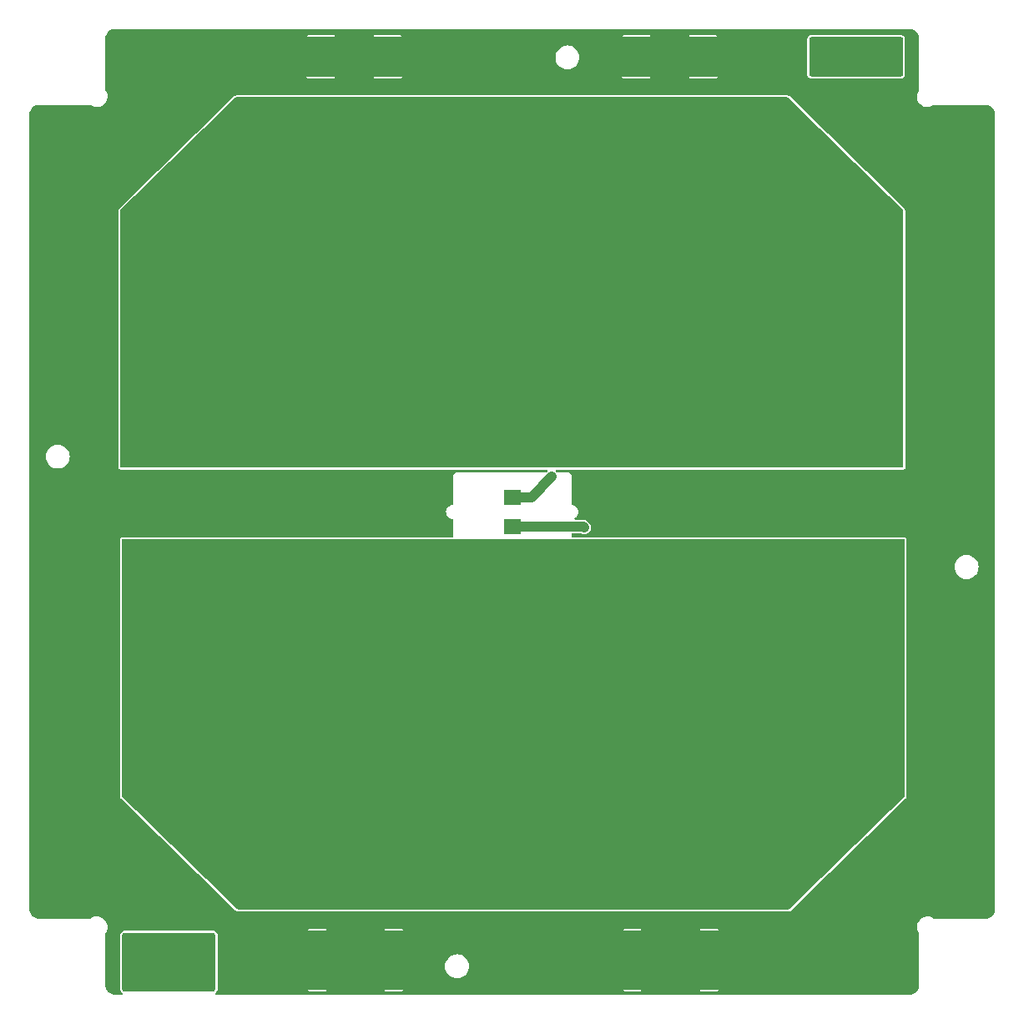
<source format=gtl>
G04 #@! TF.GenerationSoftware,KiCad,Pcbnew,8.0.2*
G04 #@! TF.CreationDate,2024-08-20T08:17:01+02:00*
G04 #@! TF.ProjectId,STS1_SIDEPANEL,53545331-5f53-4494-9445-50414e454c2e,rev?*
G04 #@! TF.SameCoordinates,Original*
G04 #@! TF.FileFunction,Copper,L1,Top*
G04 #@! TF.FilePolarity,Positive*
%FSLAX46Y46*%
G04 Gerber Fmt 4.6, Leading zero omitted, Abs format (unit mm)*
G04 Created by KiCad (PCBNEW 8.0.2) date 2024-08-20 08:17:01*
%MOMM*%
%LPD*%
G01*
G04 APERTURE LIST*
G04 Aperture macros list*
%AMRoundRect*
0 Rectangle with rounded corners*
0 $1 Rounding radius*
0 $2 $3 $4 $5 $6 $7 $8 $9 X,Y pos of 4 corners*
0 Add a 4 corners polygon primitive as box body*
4,1,4,$2,$3,$4,$5,$6,$7,$8,$9,$2,$3,0*
0 Add four circle primitives for the rounded corners*
1,1,$1+$1,$2,$3*
1,1,$1+$1,$4,$5*
1,1,$1+$1,$6,$7*
1,1,$1+$1,$8,$9*
0 Add four rect primitives between the rounded corners*
20,1,$1+$1,$2,$3,$4,$5,0*
20,1,$1+$1,$4,$5,$6,$7,0*
20,1,$1+$1,$6,$7,$8,$9,0*
20,1,$1+$1,$8,$9,$2,$3,0*%
%AMFreePoly0*
4,1,17,27.998779,14.255902,28.009846,14.246565,39.669846,2.866565,39.698571,2.811843,39.696113,2.795000,39.700000,2.795000,39.700000,-2.795000,-39.700000,-2.795000,-39.700000,2.795000,-39.695106,2.795000,-39.695106,2.825902,-39.669846,2.866565,-28.009846,14.246565,-27.954442,14.273952,-27.940000,14.275000,27.940000,14.275000,27.998779,14.255902,27.998779,14.255902,$1*%
G04 Aperture macros list end*
G04 #@! TA.AperFunction,FiducialPad,Local*
%ADD10C,6.000000*%
G04 #@! TD*
G04 #@! TA.AperFunction,SMDPad,CuDef*
%ADD11FreePoly0,180.000000*%
G04 #@! TD*
G04 #@! TA.AperFunction,FiducialPad,Global*
%ADD12C,6.000000*%
G04 #@! TD*
G04 #@! TA.AperFunction,SMDPad,CuDef*
%ADD13R,79.400000X20.475000*%
G04 #@! TD*
G04 #@! TA.AperFunction,SMDPad,CuDef*
%ADD14RoundRect,0.300000X4.450000X2.700000X-4.450000X2.700000X-4.450000X-2.700000X4.450000X-2.700000X0*%
G04 #@! TD*
G04 #@! TA.AperFunction,SMDPad,CuDef*
%ADD15FreePoly0,0.000000*%
G04 #@! TD*
G04 #@! TA.AperFunction,SMDPad,CuDef*
%ADD16RoundRect,0.200000X-4.550000X-1.800000X4.550000X-1.800000X4.550000X1.800000X-4.550000X1.800000X0*%
G04 #@! TD*
G04 #@! TA.AperFunction,SMDPad,CuDef*
%ADD17R,1.800000X1.500000*%
G04 #@! TD*
G04 #@! TA.AperFunction,ViaPad*
%ADD18C,0.600000*%
G04 #@! TD*
G04 #@! TA.AperFunction,ViaPad*
%ADD19C,0.800000*%
G04 #@! TD*
G04 #@! TA.AperFunction,Conductor*
%ADD20C,0.500000*%
G04 #@! TD*
G04 #@! TA.AperFunction,Conductor*
%ADD21C,1.000000*%
G04 #@! TD*
G04 APERTURE END LIST*
D10*
X149101600Y-109977400D03*
D11*
X125101600Y-115582400D03*
D12*
X125101600Y-109977400D03*
D13*
X125101600Y-102549900D03*
D12*
X99101600Y-109977400D03*
D14*
X141101600Y-134977400D03*
X109101600Y-134977400D03*
X90176600Y-135177400D03*
D10*
X100969800Y-67343000D03*
D15*
X124969800Y-61738000D03*
D12*
X124969800Y-67343000D03*
D13*
X124969800Y-74770500D03*
D12*
X150969800Y-67343000D03*
D16*
X108969800Y-43343000D03*
X140969800Y-43343000D03*
X159894800Y-43343000D03*
D17*
X125000000Y-88000000D03*
X125000000Y-91000000D03*
D18*
X128960000Y-136400000D03*
X168200000Y-75500000D03*
X99800000Y-41470000D03*
X118500000Y-133400000D03*
X78820000Y-106910000D03*
X101300000Y-42970000D03*
X78780000Y-113060000D03*
X127460000Y-134900000D03*
X78800000Y-73520000D03*
X78820000Y-103910000D03*
X81780000Y-117560000D03*
X148800000Y-137900000D03*
X168200000Y-57000000D03*
X101000000Y-137900000D03*
X171240000Y-92000000D03*
X168200000Y-77000000D03*
X80320000Y-106910000D03*
X134960000Y-134900000D03*
X171200000Y-55500000D03*
X134540000Y-41460000D03*
X78810000Y-119140000D03*
X130460000Y-136400000D03*
X171200000Y-71000000D03*
X87840000Y-42970000D03*
X125900000Y-136400000D03*
X133040000Y-41460000D03*
X102500000Y-133400000D03*
X151800000Y-137900000D03*
X93900000Y-41470000D03*
X151780000Y-41840000D03*
X121080000Y-41460000D03*
X133460000Y-133400000D03*
X169700000Y-75500000D03*
X78820000Y-99410000D03*
X81830000Y-62620000D03*
X168200000Y-121000000D03*
X147280000Y-41840000D03*
X171200000Y-98500000D03*
X168200000Y-104500000D03*
X80350000Y-56160000D03*
X81820000Y-105410000D03*
X124500000Y-134900000D03*
X169700000Y-58500000D03*
X78830000Y-68620000D03*
X168200000Y-61500000D03*
X151780000Y-43340000D03*
X89400000Y-41470000D03*
X78850000Y-54660000D03*
X130460000Y-137900000D03*
X81820000Y-100910000D03*
X168200000Y-124000000D03*
X81830000Y-67120000D03*
X90900000Y-41470000D03*
X127040000Y-41460000D03*
X90900000Y-42970000D03*
X80350000Y-59160000D03*
X134960000Y-137900000D03*
X130460000Y-133400000D03*
X80280000Y-111560000D03*
X81830000Y-65620000D03*
X169700000Y-113500000D03*
X168200000Y-125500000D03*
X168240000Y-90500000D03*
X171200000Y-113500000D03*
X81820000Y-93020000D03*
X81780000Y-116060000D03*
X78820000Y-87120000D03*
X123000000Y-133400000D03*
X86440000Y-41470000D03*
X147240000Y-136400000D03*
X80330000Y-61220000D03*
X98000000Y-136400000D03*
X169700000Y-125500000D03*
X117000000Y-136400000D03*
X81830000Y-70120000D03*
X150300000Y-133400000D03*
X169700000Y-119500000D03*
X78800000Y-79520000D03*
X171200000Y-101500000D03*
X120000000Y-137900000D03*
X119580000Y-41460000D03*
X78850000Y-53160000D03*
X124500000Y-137900000D03*
X133460000Y-136400000D03*
X81780000Y-110060000D03*
X93900000Y-42970000D03*
X169700000Y-100000000D03*
X80280000Y-117560000D03*
X81780000Y-108660000D03*
X115080000Y-42960000D03*
X78810000Y-125040000D03*
X171200000Y-81500000D03*
X150300000Y-136400000D03*
X128540000Y-42960000D03*
X131960000Y-137900000D03*
X168200000Y-80000000D03*
X171240000Y-86000000D03*
X151800000Y-134900000D03*
X169700000Y-81500000D03*
X159200000Y-137900000D03*
X81810000Y-128040000D03*
X118080000Y-41460000D03*
X159200000Y-134900000D03*
X168200000Y-118000000D03*
X169740000Y-92000000D03*
X171200000Y-124000000D03*
X98000000Y-133400000D03*
X92400000Y-41470000D03*
X148800000Y-134900000D03*
X169700000Y-124000000D03*
X168200000Y-103000000D03*
X171200000Y-72500000D03*
X157700000Y-137900000D03*
X130460000Y-134900000D03*
X81820000Y-88520000D03*
X78850000Y-56160000D03*
X80320000Y-103910000D03*
X80330000Y-65620000D03*
X81780000Y-114560000D03*
X133460000Y-134900000D03*
X169700000Y-60000000D03*
X98000000Y-137900000D03*
X150280000Y-43340000D03*
X78780000Y-116060000D03*
X102800000Y-42970000D03*
X80330000Y-68620000D03*
X122580000Y-42960000D03*
X127040000Y-42960000D03*
X118500000Y-137900000D03*
X101000000Y-136400000D03*
X80320000Y-87120000D03*
X102800000Y-41470000D03*
X81800000Y-72120000D03*
X169700000Y-118000000D03*
X78820000Y-88520000D03*
X78820000Y-98010000D03*
X171200000Y-57000000D03*
X169740000Y-90500000D03*
X115080000Y-41460000D03*
X78820000Y-100910000D03*
X169700000Y-115000000D03*
X128960000Y-137900000D03*
X80300000Y-75020000D03*
X81820000Y-90020000D03*
X168200000Y-115000000D03*
X80310000Y-122040000D03*
X171200000Y-122500000D03*
X78820000Y-105410000D03*
X81820000Y-87120000D03*
X160700000Y-133400000D03*
X123000000Y-134900000D03*
X80350000Y-53160000D03*
X127460000Y-136400000D03*
X171200000Y-127000000D03*
X131960000Y-133400000D03*
X96500000Y-133400000D03*
X81820000Y-91520000D03*
X116580000Y-41460000D03*
X81800000Y-78020000D03*
X81830000Y-64120000D03*
X117000000Y-134900000D03*
X78780000Y-110060000D03*
X125900000Y-133400000D03*
X125540000Y-41460000D03*
X81810000Y-125040000D03*
X81780000Y-113060000D03*
X98300000Y-41470000D03*
X81820000Y-94520000D03*
X78850000Y-50260000D03*
X147240000Y-137900000D03*
X78820000Y-93020000D03*
X99500000Y-136400000D03*
X80320000Y-99410000D03*
X98300000Y-42970000D03*
X118080000Y-42960000D03*
X80320000Y-105410000D03*
X171200000Y-125500000D03*
X171240000Y-90500000D03*
X160700000Y-137900000D03*
X150300000Y-134900000D03*
X169740000Y-89000000D03*
X80300000Y-72120000D03*
X160700000Y-134900000D03*
X171240000Y-87500000D03*
X159200000Y-136400000D03*
X154800000Y-136400000D03*
X148800000Y-136400000D03*
X81850000Y-54660000D03*
X80310000Y-119140000D03*
X124140000Y-42960000D03*
X169700000Y-71000000D03*
X154800000Y-137900000D03*
X80330000Y-62620000D03*
X99500000Y-133400000D03*
X80300000Y-79520000D03*
X171200000Y-61500000D03*
X134540000Y-42960000D03*
X102500000Y-136400000D03*
X162200000Y-133400000D03*
X169700000Y-77000000D03*
X81820000Y-96020000D03*
X80310000Y-128040000D03*
X124500000Y-136400000D03*
X156300000Y-133400000D03*
X99800000Y-42970000D03*
X121500000Y-134900000D03*
X125900000Y-134900000D03*
X169700000Y-116500000D03*
X78810000Y-120540000D03*
X163600000Y-136400000D03*
X99500000Y-134900000D03*
X81850000Y-50260000D03*
X128540000Y-41460000D03*
X171200000Y-52600000D03*
X169740000Y-86000000D03*
X80300000Y-76520000D03*
X81850000Y-59160000D03*
X168200000Y-100000000D03*
X80280000Y-114560000D03*
X171200000Y-115000000D03*
X78820000Y-102410000D03*
X125900000Y-137900000D03*
X171200000Y-121000000D03*
X117000000Y-137900000D03*
X81800000Y-75020000D03*
X147240000Y-134900000D03*
X153300000Y-134900000D03*
X157700000Y-133400000D03*
X80280000Y-113060000D03*
X150300000Y-137900000D03*
X87840000Y-41470000D03*
X171200000Y-77000000D03*
X78810000Y-126540000D03*
X169740000Y-84500000D03*
X147240000Y-133400000D03*
X80320000Y-94520000D03*
X98000000Y-134900000D03*
X169700000Y-97000000D03*
X80300000Y-78020000D03*
X171240000Y-84500000D03*
X115230000Y-137900000D03*
X168240000Y-84500000D03*
X101300000Y-41470000D03*
X80300000Y-73520000D03*
X96500000Y-137900000D03*
X151800000Y-133400000D03*
X168200000Y-71000000D03*
X168200000Y-81500000D03*
X78780000Y-108660000D03*
X95400000Y-42970000D03*
X168200000Y-97000000D03*
X81810000Y-126540000D03*
X168200000Y-54000000D03*
X78830000Y-70120000D03*
X168200000Y-74000000D03*
X117000000Y-133400000D03*
X168200000Y-107500000D03*
X171200000Y-109000000D03*
X169700000Y-98500000D03*
X157700000Y-134900000D03*
X156300000Y-136400000D03*
X169700000Y-61500000D03*
X154800000Y-134900000D03*
X171200000Y-119500000D03*
X81850000Y-56160000D03*
X171200000Y-75500000D03*
X121500000Y-133400000D03*
X81850000Y-51660000D03*
X171200000Y-112000000D03*
X81850000Y-57660000D03*
X81810000Y-119140000D03*
X171240000Y-83000000D03*
X80280000Y-108660000D03*
X80350000Y-50260000D03*
X171200000Y-106000000D03*
X96900000Y-41470000D03*
X127460000Y-133400000D03*
X148780000Y-43340000D03*
X78830000Y-61220000D03*
X89400000Y-42970000D03*
X169700000Y-57000000D03*
X171200000Y-118000000D03*
X81820000Y-102410000D03*
X80320000Y-96020000D03*
X80310000Y-123540000D03*
X81800000Y-81020000D03*
X121080000Y-42960000D03*
X119580000Y-42960000D03*
X153300000Y-133400000D03*
X81800000Y-79520000D03*
X78820000Y-94520000D03*
X81830000Y-61220000D03*
X168200000Y-110500000D03*
X168240000Y-86000000D03*
X171200000Y-58500000D03*
X99500000Y-137900000D03*
X80280000Y-110060000D03*
X78810000Y-123540000D03*
X168200000Y-106000000D03*
X121500000Y-136400000D03*
X114000000Y-133400000D03*
X171200000Y-104500000D03*
X81810000Y-123540000D03*
X80310000Y-125040000D03*
X169700000Y-80000000D03*
X171200000Y-54000000D03*
X80350000Y-54660000D03*
X153280000Y-41840000D03*
X121500000Y-137900000D03*
X169700000Y-110500000D03*
X169700000Y-103000000D03*
X81810000Y-120540000D03*
X150280000Y-41840000D03*
X168200000Y-119500000D03*
X160700000Y-136400000D03*
X156300000Y-134900000D03*
X171200000Y-100000000D03*
X81810000Y-122040000D03*
X80330000Y-70120000D03*
X169700000Y-121000000D03*
X80300000Y-81020000D03*
X120000000Y-133400000D03*
X122580000Y-41460000D03*
X78800000Y-76520000D03*
X131960000Y-134900000D03*
X124140000Y-41460000D03*
X154800000Y-133400000D03*
X127460000Y-137900000D03*
X169700000Y-112000000D03*
X163600000Y-137900000D03*
X169700000Y-101500000D03*
X115500000Y-133400000D03*
X128960000Y-134900000D03*
X133040000Y-42960000D03*
X171200000Y-107500000D03*
X168240000Y-92000000D03*
X81850000Y-53160000D03*
X162200000Y-134900000D03*
X168240000Y-89000000D03*
X169700000Y-104500000D03*
X116580000Y-42960000D03*
X169700000Y-109000000D03*
X81780000Y-111560000D03*
X78810000Y-128040000D03*
X169700000Y-122500000D03*
X168200000Y-98500000D03*
X78820000Y-91520000D03*
X102500000Y-134900000D03*
X78800000Y-72120000D03*
X123000000Y-136400000D03*
X128960000Y-133400000D03*
X115500000Y-136400000D03*
X168200000Y-127000000D03*
X169740000Y-87500000D03*
X96500000Y-136400000D03*
X168200000Y-101500000D03*
X81820000Y-98010000D03*
X168200000Y-112000000D03*
X78810000Y-122040000D03*
X115500000Y-134900000D03*
X168200000Y-122500000D03*
X169700000Y-107500000D03*
X80320000Y-98010000D03*
X156300000Y-137900000D03*
X125540000Y-42960000D03*
X153280000Y-43340000D03*
X81820000Y-106910000D03*
X168200000Y-109000000D03*
X78780000Y-111560000D03*
X171240000Y-89000000D03*
X169700000Y-78500000D03*
X163600000Y-133400000D03*
X168200000Y-116500000D03*
X78830000Y-67120000D03*
X92400000Y-42970000D03*
X147280000Y-43340000D03*
X153300000Y-137900000D03*
X96500000Y-134900000D03*
X81800000Y-73520000D03*
X80320000Y-88520000D03*
X78850000Y-59160000D03*
X80320000Y-100910000D03*
X80320000Y-91520000D03*
X80310000Y-120540000D03*
X162200000Y-136400000D03*
X148780000Y-41840000D03*
X171200000Y-110500000D03*
X171200000Y-97000000D03*
X171200000Y-74000000D03*
X171200000Y-60000000D03*
X157700000Y-136400000D03*
X168200000Y-52600000D03*
X168200000Y-60000000D03*
X169700000Y-127000000D03*
X171200000Y-103000000D03*
X168200000Y-113500000D03*
X134960000Y-133400000D03*
X80350000Y-57660000D03*
X81830000Y-68620000D03*
X124500000Y-133400000D03*
X171200000Y-78500000D03*
X80330000Y-64120000D03*
X81820000Y-103910000D03*
X81820000Y-99410000D03*
X169700000Y-52600000D03*
X162200000Y-137900000D03*
X80330000Y-67120000D03*
X169700000Y-54000000D03*
X168200000Y-78500000D03*
X101000000Y-134900000D03*
X159200000Y-133400000D03*
X168240000Y-87500000D03*
X78800000Y-75020000D03*
X80320000Y-102410000D03*
X80280000Y-116060000D03*
X78820000Y-96020000D03*
X86440000Y-42970000D03*
X169700000Y-72500000D03*
X168240000Y-83000000D03*
X78780000Y-117560000D03*
X78830000Y-64120000D03*
X78850000Y-57660000D03*
X151800000Y-136400000D03*
X133460000Y-137900000D03*
X78830000Y-65620000D03*
X78800000Y-78020000D03*
X168200000Y-55500000D03*
X153300000Y-136400000D03*
X123000000Y-137900000D03*
X95400000Y-41470000D03*
X96900000Y-42970000D03*
X134960000Y-136400000D03*
X171200000Y-80000000D03*
X168200000Y-58500000D03*
X169700000Y-55500000D03*
X80350000Y-51660000D03*
X78780000Y-114560000D03*
X101000000Y-133400000D03*
X80320000Y-90020000D03*
X80320000Y-93020000D03*
X102500000Y-137900000D03*
X78820000Y-90020000D03*
X169700000Y-74000000D03*
X78850000Y-51660000D03*
X171200000Y-116500000D03*
X163600000Y-134900000D03*
X168200000Y-72500000D03*
X169700000Y-106000000D03*
X78830000Y-62620000D03*
X169740000Y-83000000D03*
X81800000Y-76520000D03*
X78800000Y-81020000D03*
X80310000Y-126540000D03*
X148800000Y-133400000D03*
X131960000Y-136400000D03*
D19*
X129000000Y-85940958D03*
X132300000Y-91100000D03*
D20*
X109249400Y-42959000D02*
X109060400Y-43148000D01*
D21*
X109000000Y-134500000D02*
X109000000Y-134086477D01*
D20*
X108871400Y-42959000D02*
X109060400Y-43148000D01*
D21*
X125000000Y-88000000D02*
X126940958Y-88000000D01*
X126940958Y-88000000D02*
X129000000Y-85940958D01*
X124874800Y-67248000D02*
X124969800Y-67343000D01*
X125064800Y-67248000D02*
X124969800Y-67343000D01*
X125000000Y-91000000D02*
X132200000Y-91000000D01*
X132200000Y-91000000D02*
X132300000Y-91100000D01*
G04 #@! TA.AperFunction,Conductor*
G36*
X165304427Y-40510905D02*
G01*
X165462991Y-40525287D01*
X165479900Y-40528317D01*
X165629599Y-40568812D01*
X165645725Y-40574718D01*
X165764818Y-40630483D01*
X165786171Y-40640482D01*
X165801038Y-40649089D01*
X165927999Y-40738139D01*
X165941154Y-40749186D01*
X166050813Y-40858845D01*
X166061860Y-40872000D01*
X166150910Y-40998961D01*
X166159517Y-41013828D01*
X166225280Y-41154272D01*
X166231187Y-41170402D01*
X166271682Y-41320099D01*
X166274712Y-41337008D01*
X166289095Y-41495572D01*
X166289500Y-41504515D01*
X166289500Y-46662186D01*
X166270593Y-46720377D01*
X166268404Y-46723275D01*
X166231205Y-46770713D01*
X166231197Y-46770724D01*
X166139792Y-46944363D01*
X166139789Y-46944371D01*
X166081216Y-47131643D01*
X166081215Y-47131650D01*
X166081215Y-47131651D01*
X166060180Y-47303635D01*
X166057391Y-47326434D01*
X166057651Y-47330787D01*
X166069102Y-47522316D01*
X166069103Y-47522320D01*
X166115963Y-47712867D01*
X166115963Y-47712868D01*
X166196437Y-47891844D01*
X166196440Y-47891849D01*
X166307878Y-48053355D01*
X166307879Y-48053356D01*
X166307882Y-48053360D01*
X166446640Y-48192118D01*
X166446643Y-48192120D01*
X166446644Y-48192121D01*
X166576447Y-48281684D01*
X166608156Y-48303563D01*
X166787129Y-48384036D01*
X166977684Y-48430898D01*
X167173567Y-48442609D01*
X167368349Y-48418785D01*
X167368355Y-48418783D01*
X167368356Y-48418783D01*
X167523736Y-48370185D01*
X167555635Y-48360208D01*
X167729278Y-48268801D01*
X167776723Y-48231596D01*
X167834181Y-48210567D01*
X167837813Y-48210500D01*
X172995484Y-48210500D01*
X173004427Y-48210905D01*
X173162991Y-48225287D01*
X173179900Y-48228317D01*
X173188458Y-48230632D01*
X173329599Y-48268812D01*
X173345725Y-48274718D01*
X173391183Y-48296004D01*
X173486171Y-48340482D01*
X173501038Y-48349089D01*
X173627999Y-48438139D01*
X173641154Y-48449186D01*
X173750813Y-48558845D01*
X173761860Y-48572000D01*
X173850910Y-48698961D01*
X173859517Y-48713828D01*
X173925280Y-48854272D01*
X173931187Y-48870402D01*
X173971682Y-49020099D01*
X173974712Y-49037008D01*
X173989095Y-49195572D01*
X173989500Y-49204515D01*
X173989500Y-129795484D01*
X173989095Y-129804427D01*
X173974712Y-129962991D01*
X173971682Y-129979900D01*
X173931187Y-130129597D01*
X173925280Y-130145727D01*
X173859517Y-130286171D01*
X173850910Y-130301038D01*
X173761860Y-130427999D01*
X173750813Y-130441154D01*
X173641154Y-130550813D01*
X173627999Y-130561860D01*
X173501038Y-130650910D01*
X173486171Y-130659517D01*
X173345727Y-130725280D01*
X173329597Y-130731187D01*
X173179900Y-130771682D01*
X173162991Y-130774712D01*
X173004427Y-130789095D01*
X172995484Y-130789500D01*
X167837813Y-130789500D01*
X167779622Y-130770593D01*
X167776723Y-130768404D01*
X167764768Y-130759029D01*
X167729278Y-130731199D01*
X167729276Y-130731198D01*
X167729275Y-130731197D01*
X167555636Y-130639792D01*
X167555628Y-130639789D01*
X167368356Y-130581216D01*
X167368349Y-130581215D01*
X167173567Y-130557391D01*
X167173565Y-130557391D01*
X167145023Y-130559097D01*
X166977684Y-130569102D01*
X166977680Y-130569102D01*
X166977679Y-130569103D01*
X166787132Y-130615963D01*
X166787131Y-130615963D01*
X166608155Y-130696437D01*
X166608150Y-130696440D01*
X166446644Y-130807878D01*
X166307878Y-130946644D01*
X166196440Y-131108150D01*
X166196437Y-131108155D01*
X166115963Y-131287131D01*
X166115963Y-131287132D01*
X166069102Y-131477684D01*
X166057391Y-131673567D01*
X166081215Y-131868349D01*
X166081216Y-131868356D01*
X166139789Y-132055628D01*
X166139792Y-132055636D01*
X166231197Y-132229275D01*
X166231201Y-132229282D01*
X166268403Y-132276721D01*
X166289433Y-132334179D01*
X166289500Y-132337812D01*
X166289500Y-137495484D01*
X166289095Y-137504427D01*
X166274712Y-137662991D01*
X166271682Y-137679900D01*
X166231187Y-137829597D01*
X166225280Y-137845727D01*
X166159517Y-137986171D01*
X166150910Y-138001038D01*
X166061860Y-138127999D01*
X166050813Y-138141154D01*
X165941154Y-138250813D01*
X165927999Y-138261860D01*
X165801038Y-138350910D01*
X165786171Y-138359517D01*
X165645727Y-138425280D01*
X165629597Y-138431187D01*
X165479900Y-138471682D01*
X165462991Y-138474712D01*
X165304427Y-138489095D01*
X165295484Y-138489500D01*
X94941550Y-138489500D01*
X94883359Y-138470593D01*
X94847395Y-138421093D01*
X94847395Y-138359907D01*
X94882221Y-138311247D01*
X94984146Y-138234946D01*
X95070396Y-138119731D01*
X95120691Y-137984883D01*
X95121496Y-137977400D01*
X104251599Y-137977400D01*
X104294407Y-138034584D01*
X104294415Y-138034592D01*
X104409509Y-138120752D01*
X104409511Y-138120753D01*
X104544218Y-138170996D01*
X104544229Y-138170998D01*
X104603776Y-138177400D01*
X106101599Y-138177400D01*
X106101600Y-138177399D01*
X106101600Y-137977401D01*
X112101600Y-137977401D01*
X112101600Y-138177399D01*
X112101601Y-138177400D01*
X113599424Y-138177400D01*
X113658970Y-138170998D01*
X113658981Y-138170996D01*
X113793688Y-138120753D01*
X113793690Y-138120752D01*
X113908784Y-138034592D01*
X113908792Y-138034584D01*
X113951601Y-137977400D01*
X136251599Y-137977400D01*
X136294407Y-138034584D01*
X136294415Y-138034592D01*
X136409509Y-138120752D01*
X136409511Y-138120753D01*
X136544218Y-138170996D01*
X136544229Y-138170998D01*
X136603776Y-138177400D01*
X138101599Y-138177400D01*
X138101600Y-138177399D01*
X138101600Y-137977401D01*
X144101600Y-137977401D01*
X144101600Y-138177399D01*
X144101601Y-138177400D01*
X145599424Y-138177400D01*
X145658970Y-138170998D01*
X145658981Y-138170996D01*
X145793688Y-138120753D01*
X145793690Y-138120752D01*
X145908784Y-138034592D01*
X145908792Y-138034584D01*
X145951601Y-137977400D01*
X144101601Y-137977400D01*
X144101600Y-137977401D01*
X138101600Y-137977401D01*
X138101599Y-137977400D01*
X136251599Y-137977400D01*
X113951601Y-137977400D01*
X112101601Y-137977400D01*
X112101600Y-137977401D01*
X106101600Y-137977401D01*
X106101599Y-137977400D01*
X104251599Y-137977400D01*
X95121496Y-137977400D01*
X95127100Y-137925273D01*
X95127100Y-135599996D01*
X118184876Y-135599996D01*
X118184876Y-135600003D01*
X118203334Y-135810996D01*
X118203335Y-135811003D01*
X118203336Y-135811004D01*
X118258157Y-136015597D01*
X118347672Y-136207562D01*
X118469161Y-136381067D01*
X118618933Y-136530839D01*
X118792438Y-136652328D01*
X118984403Y-136741843D01*
X119188996Y-136796664D01*
X119189000Y-136796664D01*
X119189003Y-136796665D01*
X119399997Y-136815124D01*
X119400000Y-136815124D01*
X119400003Y-136815124D01*
X119610996Y-136796665D01*
X119610997Y-136796664D01*
X119611004Y-136796664D01*
X119815597Y-136741843D01*
X120007562Y-136652328D01*
X120181067Y-136530839D01*
X120330839Y-136381067D01*
X120452328Y-136207562D01*
X120541843Y-136015597D01*
X120596664Y-135811004D01*
X120615124Y-135600000D01*
X120596664Y-135388996D01*
X120541843Y-135184403D01*
X120452328Y-134992438D01*
X120330839Y-134818933D01*
X120181067Y-134669161D01*
X120181063Y-134669158D01*
X120181062Y-134669157D01*
X120084803Y-134601756D01*
X120007562Y-134547672D01*
X119815597Y-134458157D01*
X119611004Y-134403336D01*
X119611003Y-134403335D01*
X119610996Y-134403334D01*
X119400003Y-134384876D01*
X119399997Y-134384876D01*
X119189003Y-134403334D01*
X119124153Y-134420710D01*
X118984403Y-134458157D01*
X118894889Y-134499898D01*
X118792439Y-134547671D01*
X118618937Y-134669157D01*
X118469157Y-134818937D01*
X118347671Y-134992439D01*
X118258157Y-135184404D01*
X118203334Y-135389003D01*
X118184876Y-135599996D01*
X95127100Y-135599996D01*
X95127099Y-132429528D01*
X95120691Y-132369917D01*
X95095738Y-132303014D01*
X95070397Y-132235070D01*
X94984149Y-132119858D01*
X94984148Y-132119857D01*
X94984146Y-132119854D01*
X94984141Y-132119850D01*
X94868929Y-132033602D01*
X94734088Y-131983310D01*
X94734083Y-131983309D01*
X94734081Y-131983308D01*
X94734077Y-131983308D01*
X94702849Y-131979950D01*
X94679115Y-131977399D01*
X104251599Y-131977399D01*
X104251599Y-131977400D01*
X106101599Y-131977400D01*
X106101600Y-131977399D01*
X106101600Y-131777401D01*
X112101600Y-131777401D01*
X112101600Y-131977399D01*
X112101601Y-131977400D01*
X113951601Y-131977400D01*
X113951600Y-131977399D01*
X136251599Y-131977399D01*
X136251599Y-131977400D01*
X138101599Y-131977400D01*
X138101600Y-131977399D01*
X138101600Y-131777401D01*
X144101600Y-131777401D01*
X144101600Y-131977399D01*
X144101601Y-131977400D01*
X145951601Y-131977400D01*
X145951600Y-131977399D01*
X145908792Y-131920215D01*
X145908784Y-131920207D01*
X145793690Y-131834047D01*
X145793688Y-131834046D01*
X145658981Y-131783803D01*
X145658970Y-131783801D01*
X145599424Y-131777400D01*
X144101601Y-131777400D01*
X144101600Y-131777401D01*
X138101600Y-131777401D01*
X138101599Y-131777400D01*
X136603776Y-131777400D01*
X136544229Y-131783801D01*
X136544218Y-131783803D01*
X136409511Y-131834046D01*
X136409509Y-131834047D01*
X136294415Y-131920207D01*
X136294407Y-131920215D01*
X136251599Y-131977399D01*
X113951600Y-131977399D01*
X113908792Y-131920215D01*
X113908784Y-131920207D01*
X113793690Y-131834047D01*
X113793688Y-131834046D01*
X113658981Y-131783803D01*
X113658970Y-131783801D01*
X113599424Y-131777400D01*
X112101601Y-131777400D01*
X112101600Y-131777401D01*
X106101600Y-131777401D01*
X106101599Y-131777400D01*
X104603776Y-131777400D01*
X104544229Y-131783801D01*
X104544218Y-131783803D01*
X104409511Y-131834046D01*
X104409509Y-131834047D01*
X104294415Y-131920207D01*
X104294407Y-131920215D01*
X104251599Y-131977399D01*
X94679115Y-131977399D01*
X94674473Y-131976900D01*
X94674470Y-131976900D01*
X85678733Y-131976900D01*
X85678729Y-131976900D01*
X85678728Y-131976901D01*
X85674086Y-131977400D01*
X85619119Y-131983308D01*
X85619114Y-131983309D01*
X85484270Y-132033602D01*
X85369058Y-132119850D01*
X85369050Y-132119858D01*
X85282802Y-132235070D01*
X85232510Y-132369911D01*
X85232508Y-132369922D01*
X85226100Y-132429529D01*
X85226100Y-137925266D01*
X85226101Y-137925270D01*
X85232508Y-137984880D01*
X85232509Y-137984885D01*
X85282802Y-138119729D01*
X85298841Y-138141154D01*
X85369054Y-138234946D01*
X85369057Y-138234948D01*
X85369058Y-138234949D01*
X85470979Y-138311247D01*
X85506232Y-138361255D01*
X85505358Y-138422435D01*
X85468691Y-138471416D01*
X85411650Y-138489500D01*
X84704516Y-138489500D01*
X84695573Y-138489095D01*
X84537008Y-138474712D01*
X84520099Y-138471682D01*
X84370402Y-138431187D01*
X84354272Y-138425280D01*
X84213828Y-138359517D01*
X84198961Y-138350910D01*
X84072000Y-138261860D01*
X84058845Y-138250813D01*
X83949186Y-138141154D01*
X83938139Y-138127999D01*
X83932338Y-138119729D01*
X83849089Y-138001038D01*
X83840482Y-137986171D01*
X83813284Y-137928087D01*
X83774718Y-137845725D01*
X83768812Y-137829597D01*
X83750586Y-137762223D01*
X83728317Y-137679900D01*
X83725287Y-137662991D01*
X83718517Y-137588356D01*
X83710905Y-137504427D01*
X83710500Y-137495484D01*
X83710500Y-132337812D01*
X83729407Y-132279621D01*
X83731597Y-132276721D01*
X83768798Y-132229282D01*
X83768798Y-132229281D01*
X83768801Y-132229278D01*
X83860208Y-132055635D01*
X83902563Y-131920215D01*
X83918783Y-131868356D01*
X83918783Y-131868355D01*
X83918785Y-131868349D01*
X83942609Y-131673567D01*
X83930898Y-131477684D01*
X83884036Y-131287129D01*
X83803563Y-131108156D01*
X83692118Y-130946640D01*
X83553360Y-130807882D01*
X83553356Y-130807879D01*
X83553355Y-130807878D01*
X83391849Y-130696440D01*
X83391844Y-130696437D01*
X83290591Y-130650910D01*
X83212871Y-130615964D01*
X83212869Y-130615963D01*
X83212868Y-130615963D01*
X83022320Y-130569103D01*
X83022316Y-130569102D01*
X82840704Y-130558244D01*
X82826434Y-130557391D01*
X82826433Y-130557391D01*
X82631651Y-130581215D01*
X82631643Y-130581216D01*
X82444371Y-130639789D01*
X82444363Y-130639792D01*
X82270724Y-130731197D01*
X82270719Y-130731201D01*
X82223277Y-130768404D01*
X82165819Y-130789433D01*
X82162187Y-130789500D01*
X77004516Y-130789500D01*
X76995573Y-130789095D01*
X76837008Y-130774712D01*
X76820099Y-130771682D01*
X76670402Y-130731187D01*
X76654272Y-130725280D01*
X76513828Y-130659517D01*
X76498961Y-130650910D01*
X76372000Y-130561860D01*
X76358845Y-130550813D01*
X76249186Y-130441154D01*
X76238139Y-130427999D01*
X76149089Y-130301038D01*
X76140482Y-130286171D01*
X76074719Y-130145727D01*
X76068812Y-130129597D01*
X76050586Y-130062223D01*
X76028317Y-129979900D01*
X76025287Y-129962991D01*
X76018517Y-129888356D01*
X76010905Y-129804427D01*
X76010500Y-129795484D01*
X76010500Y-83899996D01*
X77684876Y-83899996D01*
X77684876Y-83900003D01*
X77703334Y-84110996D01*
X77703335Y-84111003D01*
X77703336Y-84111004D01*
X77758157Y-84315597D01*
X77847672Y-84507562D01*
X77969161Y-84681067D01*
X78118933Y-84830839D01*
X78292438Y-84952328D01*
X78484403Y-85041843D01*
X78688996Y-85096664D01*
X78689000Y-85096664D01*
X78689003Y-85096665D01*
X78899997Y-85115124D01*
X78900000Y-85115124D01*
X78900003Y-85115124D01*
X79110996Y-85096665D01*
X79110997Y-85096664D01*
X79111004Y-85096664D01*
X79315597Y-85041843D01*
X79507562Y-84952328D01*
X79681067Y-84830839D01*
X79830839Y-84681067D01*
X79952328Y-84507562D01*
X80041843Y-84315597D01*
X80096664Y-84111004D01*
X80115124Y-83900000D01*
X80096664Y-83688996D01*
X80041843Y-83484403D01*
X79952328Y-83292438D01*
X79830839Y-83118933D01*
X79681067Y-82969161D01*
X79681063Y-82969158D01*
X79681062Y-82969157D01*
X79584803Y-82901756D01*
X79507562Y-82847672D01*
X79315597Y-82758157D01*
X79111004Y-82703336D01*
X79111003Y-82703335D01*
X79110996Y-82703334D01*
X78900003Y-82684876D01*
X78899997Y-82684876D01*
X78689003Y-82703334D01*
X78624153Y-82720710D01*
X78484403Y-82758157D01*
X78394889Y-82799898D01*
X78292439Y-82847671D01*
X78118937Y-82969157D01*
X77969157Y-83118937D01*
X77847671Y-83292439D01*
X77758157Y-83484404D01*
X77703334Y-83689003D01*
X77684876Y-83899996D01*
X76010500Y-83899996D01*
X76010500Y-58938682D01*
X85064300Y-58938682D01*
X85064300Y-64533001D01*
X85068678Y-64571857D01*
X85069300Y-64582941D01*
X85069300Y-85027746D01*
X85069301Y-85027758D01*
X85080574Y-85084426D01*
X85080933Y-85086231D01*
X85125248Y-85152552D01*
X85191569Y-85196867D01*
X85236031Y-85205711D01*
X85250041Y-85208498D01*
X85250046Y-85208498D01*
X85250052Y-85208500D01*
X85250053Y-85208500D01*
X128508974Y-85208500D01*
X128567165Y-85227407D01*
X128603129Y-85276907D01*
X128603129Y-85338093D01*
X128567165Y-85387593D01*
X128563975Y-85389816D01*
X128553457Y-85396843D01*
X128479296Y-85471004D01*
X128424779Y-85498781D01*
X128409293Y-85500000D01*
X119250000Y-85500000D01*
X119000000Y-85750000D01*
X119000000Y-85750001D01*
X119000000Y-88689381D01*
X118981093Y-88747572D01*
X118931593Y-88783536D01*
X118912085Y-88787758D01*
X118839312Y-88795957D01*
X118839300Y-88795960D01*
X118686671Y-88849368D01*
X118686670Y-88849368D01*
X118549752Y-88935400D01*
X118435400Y-89049752D01*
X118349368Y-89186670D01*
X118349368Y-89186671D01*
X118295960Y-89339300D01*
X118295957Y-89339312D01*
X118277853Y-89499995D01*
X118277853Y-89500004D01*
X118295957Y-89660687D01*
X118295960Y-89660699D01*
X118349368Y-89813328D01*
X118349368Y-89813329D01*
X118385365Y-89870617D01*
X118435403Y-89950251D01*
X118549749Y-90064597D01*
X118549751Y-90064598D01*
X118549752Y-90064599D01*
X118638569Y-90120407D01*
X118686672Y-90150632D01*
X118706343Y-90157515D01*
X118839300Y-90204039D01*
X118839304Y-90204040D01*
X118839307Y-90204041D01*
X118912087Y-90212241D01*
X118967792Y-90237544D01*
X118997988Y-90290759D01*
X119000000Y-90310618D01*
X119000000Y-92012900D01*
X118981093Y-92071091D01*
X118931593Y-92107055D01*
X118901000Y-92111900D01*
X85381852Y-92111900D01*
X85381851Y-92111900D01*
X85381841Y-92111901D01*
X85323372Y-92123532D01*
X85323366Y-92123534D01*
X85257051Y-92167845D01*
X85257045Y-92167851D01*
X85212734Y-92234166D01*
X85212732Y-92234172D01*
X85201101Y-92292641D01*
X85201100Y-92292653D01*
X85201100Y-112754338D01*
X85198618Y-112776366D01*
X85196100Y-112787398D01*
X85196100Y-118348999D01*
X85195062Y-118363296D01*
X85194755Y-118365396D01*
X85194752Y-118365427D01*
X85192722Y-118402189D01*
X85192723Y-118402197D01*
X85216146Y-118490600D01*
X85216149Y-118490607D01*
X85246306Y-118548056D01*
X85246309Y-118548060D01*
X85284719Y-118599598D01*
X85284723Y-118599602D01*
X85284728Y-118599609D01*
X96944728Y-129979609D01*
X96953608Y-129987668D01*
X96955764Y-129989625D01*
X96967367Y-129999413D01*
X96967372Y-129999417D01*
X97036380Y-130037789D01*
X97098097Y-130057842D01*
X97098098Y-130057842D01*
X97098101Y-130057843D01*
X97161597Y-130067900D01*
X97161600Y-130067900D01*
X153041597Y-130067900D01*
X153041600Y-130067900D01*
X153056481Y-130067360D01*
X153071645Y-130066259D01*
X153147827Y-130045521D01*
X153206001Y-130016765D01*
X153258472Y-129979609D01*
X164918472Y-118599609D01*
X164949499Y-118560981D01*
X164976022Y-118518285D01*
X164986610Y-118499010D01*
X165006961Y-118409847D01*
X165006961Y-118384200D01*
X165007100Y-118381729D01*
X165007100Y-112787400D01*
X165002722Y-112748541D01*
X165002100Y-112737457D01*
X165002100Y-95099996D01*
X169884876Y-95099996D01*
X169884876Y-95100003D01*
X169903334Y-95310996D01*
X169903335Y-95311003D01*
X169903336Y-95311004D01*
X169958157Y-95515597D01*
X170047672Y-95707562D01*
X170169161Y-95881067D01*
X170318933Y-96030839D01*
X170492438Y-96152328D01*
X170684403Y-96241843D01*
X170888996Y-96296664D01*
X170889000Y-96296664D01*
X170889003Y-96296665D01*
X171099997Y-96315124D01*
X171100000Y-96315124D01*
X171100003Y-96315124D01*
X171310996Y-96296665D01*
X171310997Y-96296664D01*
X171311004Y-96296664D01*
X171515597Y-96241843D01*
X171707562Y-96152328D01*
X171881067Y-96030839D01*
X172030839Y-95881067D01*
X172152328Y-95707562D01*
X172241843Y-95515597D01*
X172296664Y-95311004D01*
X172315124Y-95100000D01*
X172296664Y-94888996D01*
X172241843Y-94684403D01*
X172152328Y-94492438D01*
X172030839Y-94318933D01*
X171881067Y-94169161D01*
X171881063Y-94169158D01*
X171881062Y-94169157D01*
X171784803Y-94101756D01*
X171707562Y-94047672D01*
X171515597Y-93958157D01*
X171311004Y-93903336D01*
X171311003Y-93903335D01*
X171310996Y-93903334D01*
X171100003Y-93884876D01*
X171099997Y-93884876D01*
X170889003Y-93903334D01*
X170824153Y-93920710D01*
X170684403Y-93958157D01*
X170594889Y-93999898D01*
X170492439Y-94047671D01*
X170318937Y-94169157D01*
X170169157Y-94318937D01*
X170047671Y-94492439D01*
X169958157Y-94684404D01*
X169903334Y-94889003D01*
X169884876Y-95099996D01*
X165002100Y-95099996D01*
X165002100Y-92292653D01*
X165002098Y-92292641D01*
X164999311Y-92278631D01*
X164990467Y-92234169D01*
X164946152Y-92167848D01*
X164946148Y-92167845D01*
X164879833Y-92123534D01*
X164879831Y-92123533D01*
X164879828Y-92123532D01*
X164879827Y-92123532D01*
X164821358Y-92111901D01*
X164821348Y-92111900D01*
X164821347Y-92111900D01*
X131099000Y-92111900D01*
X131040809Y-92092993D01*
X131004845Y-92043493D01*
X131000000Y-92012900D01*
X131000000Y-91799500D01*
X131018907Y-91741309D01*
X131068407Y-91705345D01*
X131099000Y-91700500D01*
X131907815Y-91700500D01*
X131962816Y-91717184D01*
X131968188Y-91720774D01*
X132095671Y-91773580D01*
X132231006Y-91800499D01*
X132231008Y-91800499D01*
X132368993Y-91800499D01*
X132368994Y-91800499D01*
X132504328Y-91773580D01*
X132631811Y-91720774D01*
X132746543Y-91644113D01*
X132844113Y-91546543D01*
X132920774Y-91431811D01*
X132973580Y-91304328D01*
X133000499Y-91168994D01*
X133000499Y-91031006D01*
X132973580Y-90895671D01*
X132920774Y-90768188D01*
X132844113Y-90653457D01*
X132844109Y-90653453D01*
X132646548Y-90455890D01*
X132646542Y-90455885D01*
X132531808Y-90379223D01*
X132404328Y-90326420D01*
X132268996Y-90299500D01*
X132268994Y-90299500D01*
X132268993Y-90299500D01*
X131420043Y-90299500D01*
X131361852Y-90280593D01*
X131325888Y-90231093D01*
X131325888Y-90169907D01*
X131361852Y-90120407D01*
X131367372Y-90116674D01*
X131410088Y-90089833D01*
X131450251Y-90064597D01*
X131564597Y-89950251D01*
X131650632Y-89813328D01*
X131704041Y-89660693D01*
X131722147Y-89500000D01*
X131722147Y-89499995D01*
X131704042Y-89339312D01*
X131704039Y-89339300D01*
X131679764Y-89269926D01*
X131650632Y-89186672D01*
X131564597Y-89049749D01*
X131450251Y-88935403D01*
X131450248Y-88935401D01*
X131450247Y-88935400D01*
X131313329Y-88849368D01*
X131160699Y-88795960D01*
X131160687Y-88795957D01*
X131087915Y-88787758D01*
X131032207Y-88762454D01*
X131002012Y-88709239D01*
X131000000Y-88689381D01*
X131000000Y-85750001D01*
X131000000Y-85750000D01*
X130750000Y-85500000D01*
X130749999Y-85500000D01*
X129590706Y-85500000D01*
X129532515Y-85481093D01*
X129520708Y-85471009D01*
X129446543Y-85396844D01*
X129436025Y-85389816D01*
X129398145Y-85341766D01*
X129395743Y-85280627D01*
X129429736Y-85229754D01*
X129487139Y-85208576D01*
X129491026Y-85208500D01*
X164689547Y-85208500D01*
X164689548Y-85208500D01*
X164748031Y-85196867D01*
X164814352Y-85152552D01*
X164858667Y-85086231D01*
X164870300Y-85027748D01*
X164870300Y-64566061D01*
X164872782Y-64544030D01*
X164875300Y-64533000D01*
X164875300Y-58971401D01*
X164876338Y-58957101D01*
X164876646Y-58954993D01*
X164878677Y-58918206D01*
X164855254Y-58829800D01*
X164825092Y-58772342D01*
X164825090Y-58772339D01*
X164786680Y-58720801D01*
X164786676Y-58720796D01*
X164786672Y-58720791D01*
X153126672Y-47340791D01*
X153115649Y-47330787D01*
X153115635Y-47330774D01*
X153104032Y-47320986D01*
X153104026Y-47320982D01*
X153035020Y-47282611D01*
X152973298Y-47262556D01*
X152909803Y-47252500D01*
X152909800Y-47252500D01*
X97029800Y-47252500D01*
X97018639Y-47252905D01*
X97014918Y-47253040D01*
X96999753Y-47254141D01*
X96999752Y-47254141D01*
X96923572Y-47274879D01*
X96865404Y-47303632D01*
X96865397Y-47303636D01*
X96840902Y-47320982D01*
X96827056Y-47330787D01*
X96812927Y-47340792D01*
X85152922Y-58720796D01*
X85152922Y-58720797D01*
X85121913Y-58759402D01*
X85121900Y-58759421D01*
X85095378Y-58802114D01*
X85095375Y-58802120D01*
X85084790Y-58821388D01*
X85064439Y-58910554D01*
X85064439Y-58936206D01*
X85064300Y-58938682D01*
X76010500Y-58938682D01*
X76010500Y-49204515D01*
X76010905Y-49195572D01*
X76025287Y-49037006D01*
X76028317Y-49020099D01*
X76068813Y-48870396D01*
X76074716Y-48854278D01*
X76140484Y-48713824D01*
X76149089Y-48698961D01*
X76238143Y-48571994D01*
X76249180Y-48558851D01*
X76358851Y-48449180D01*
X76371994Y-48438143D01*
X76498964Y-48349086D01*
X76513824Y-48340484D01*
X76654278Y-48274716D01*
X76670396Y-48268813D01*
X76820101Y-48228316D01*
X76837006Y-48225287D01*
X76995573Y-48210905D01*
X77004516Y-48210500D01*
X82162187Y-48210500D01*
X82220378Y-48229407D01*
X82223277Y-48231596D01*
X82270722Y-48268801D01*
X82444365Y-48360208D01*
X82444369Y-48360209D01*
X82444371Y-48360210D01*
X82631643Y-48418783D01*
X82631645Y-48418783D01*
X82631651Y-48418785D01*
X82826433Y-48442609D01*
X83022316Y-48430898D01*
X83212871Y-48384036D01*
X83391844Y-48303563D01*
X83553360Y-48192118D01*
X83692118Y-48053360D01*
X83803563Y-47891844D01*
X83884036Y-47712871D01*
X83930898Y-47522316D01*
X83942609Y-47326433D01*
X83918785Y-47131651D01*
X83918783Y-47131645D01*
X83918783Y-47131643D01*
X83860210Y-46944371D01*
X83860207Y-46944363D01*
X83768802Y-46770724D01*
X83768794Y-46770713D01*
X83731596Y-46723275D01*
X83710567Y-46665817D01*
X83710500Y-46662186D01*
X83710500Y-45343000D01*
X104072774Y-45343000D01*
X104092157Y-45381042D01*
X104181756Y-45470641D01*
X104294648Y-45528163D01*
X104294652Y-45528164D01*
X104388315Y-45542999D01*
X106969798Y-45542999D01*
X106969800Y-45542998D01*
X106969800Y-45343001D01*
X110969800Y-45343001D01*
X110969800Y-45542998D01*
X110969801Y-45542999D01*
X113551283Y-45542999D01*
X113551285Y-45542998D01*
X113644941Y-45528166D01*
X113644951Y-45528163D01*
X113757843Y-45470641D01*
X113847442Y-45381042D01*
X113866826Y-45343000D01*
X136072774Y-45343000D01*
X136092157Y-45381042D01*
X136181756Y-45470641D01*
X136294648Y-45528163D01*
X136294652Y-45528164D01*
X136388315Y-45542999D01*
X138969798Y-45542999D01*
X138969800Y-45542998D01*
X138969800Y-45343001D01*
X142969800Y-45343001D01*
X142969800Y-45542998D01*
X142969801Y-45542999D01*
X145551283Y-45542999D01*
X145551285Y-45542998D01*
X145644941Y-45528166D01*
X145644951Y-45528163D01*
X145757843Y-45470641D01*
X145847442Y-45381042D01*
X145866826Y-45343000D01*
X142969801Y-45343000D01*
X142969800Y-45343001D01*
X138969800Y-45343001D01*
X138969799Y-45343000D01*
X136072774Y-45343000D01*
X113866826Y-45343000D01*
X110969801Y-45343000D01*
X110969800Y-45343001D01*
X106969800Y-45343001D01*
X106969799Y-45343000D01*
X104072774Y-45343000D01*
X83710500Y-45343000D01*
X83710500Y-43399996D01*
X129384876Y-43399996D01*
X129384876Y-43400003D01*
X129403334Y-43610996D01*
X129403335Y-43611003D01*
X129403336Y-43611004D01*
X129458157Y-43815597D01*
X129547672Y-44007562D01*
X129669161Y-44181067D01*
X129818933Y-44330839D01*
X129992438Y-44452328D01*
X130184403Y-44541843D01*
X130388996Y-44596664D01*
X130389000Y-44596664D01*
X130389003Y-44596665D01*
X130599997Y-44615124D01*
X130600000Y-44615124D01*
X130600003Y-44615124D01*
X130810996Y-44596665D01*
X130810997Y-44596664D01*
X130811004Y-44596664D01*
X131015597Y-44541843D01*
X131207562Y-44452328D01*
X131381067Y-44330839D01*
X131530839Y-44181067D01*
X131652328Y-44007562D01*
X131741843Y-43815597D01*
X131796664Y-43611004D01*
X131815124Y-43400000D01*
X131796664Y-43188996D01*
X131741843Y-42984403D01*
X131652328Y-42792438D01*
X131530839Y-42618933D01*
X131381067Y-42469161D01*
X131381063Y-42469158D01*
X131381062Y-42469157D01*
X131284803Y-42401756D01*
X131207562Y-42347672D01*
X131015597Y-42258157D01*
X130811004Y-42203336D01*
X130811003Y-42203335D01*
X130810996Y-42203334D01*
X130600003Y-42184876D01*
X130599997Y-42184876D01*
X130389003Y-42203334D01*
X130324153Y-42220710D01*
X130184403Y-42258157D01*
X130094889Y-42299898D01*
X129992439Y-42347671D01*
X129818937Y-42469157D01*
X129669157Y-42618937D01*
X129547671Y-42792439D01*
X129458157Y-42984404D01*
X129403334Y-43189003D01*
X129384876Y-43399996D01*
X83710500Y-43399996D01*
X83710500Y-41519386D01*
X83710567Y-41518971D01*
X83710540Y-41511478D01*
X154944300Y-41511478D01*
X154944300Y-45174521D01*
X154944301Y-45174523D01*
X154959152Y-45268299D01*
X154959154Y-45268304D01*
X155016750Y-45381342D01*
X155106458Y-45471050D01*
X155219496Y-45528646D01*
X155313281Y-45543500D01*
X164476318Y-45543499D01*
X164476321Y-45543499D01*
X164476322Y-45543498D01*
X164523211Y-45536072D01*
X164570099Y-45528647D01*
X164570099Y-45528646D01*
X164570104Y-45528646D01*
X164683142Y-45471050D01*
X164772850Y-45381342D01*
X164830446Y-45268304D01*
X164845300Y-45174519D01*
X164845299Y-41511482D01*
X164845299Y-41511481D01*
X164845299Y-41511478D01*
X164845298Y-41511476D01*
X164830447Y-41417700D01*
X164830446Y-41417698D01*
X164830446Y-41417696D01*
X164772850Y-41304658D01*
X164683142Y-41214950D01*
X164570104Y-41157354D01*
X164570105Y-41157354D01*
X164476321Y-41142500D01*
X155313278Y-41142500D01*
X155313276Y-41142501D01*
X155219500Y-41157352D01*
X155219495Y-41157354D01*
X155106459Y-41214949D01*
X155016749Y-41304659D01*
X154959154Y-41417695D01*
X154944300Y-41511478D01*
X83710540Y-41511478D01*
X83710515Y-41504301D01*
X83710864Y-41495638D01*
X83717431Y-41417696D01*
X83723724Y-41343000D01*
X104072774Y-41343000D01*
X106969799Y-41343000D01*
X106969800Y-41342999D01*
X106969800Y-41143001D01*
X110969800Y-41143001D01*
X110969800Y-41342999D01*
X110969801Y-41343000D01*
X113866826Y-41343000D01*
X136072774Y-41343000D01*
X138969799Y-41343000D01*
X138969800Y-41342999D01*
X138969800Y-41143001D01*
X142969800Y-41143001D01*
X142969800Y-41342999D01*
X142969801Y-41343000D01*
X145866826Y-41343000D01*
X145847442Y-41304957D01*
X145757843Y-41215358D01*
X145644951Y-41157836D01*
X145644947Y-41157835D01*
X145551284Y-41143000D01*
X142969801Y-41143000D01*
X142969800Y-41143001D01*
X138969800Y-41143001D01*
X138969799Y-41143000D01*
X136388316Y-41143000D01*
X136388314Y-41143001D01*
X136294658Y-41157833D01*
X136294648Y-41157836D01*
X136181756Y-41215358D01*
X136092157Y-41304957D01*
X136072774Y-41343000D01*
X113866826Y-41343000D01*
X113847442Y-41304957D01*
X113757843Y-41215358D01*
X113644951Y-41157836D01*
X113644947Y-41157835D01*
X113551284Y-41143000D01*
X110969801Y-41143000D01*
X110969800Y-41143001D01*
X106969800Y-41143001D01*
X106969799Y-41143000D01*
X104388316Y-41143000D01*
X104388314Y-41143001D01*
X104294658Y-41157833D01*
X104294648Y-41157836D01*
X104181756Y-41215358D01*
X104092157Y-41304957D01*
X104072774Y-41343000D01*
X83723724Y-41343000D01*
X83724264Y-41336594D01*
X83727224Y-41319526D01*
X83767044Y-41169469D01*
X83772939Y-41153172D01*
X83777662Y-41143001D01*
X83838323Y-41012365D01*
X83846972Y-40997344D01*
X83935916Y-40870101D01*
X83947043Y-40856829D01*
X84056829Y-40747043D01*
X84070101Y-40735916D01*
X84197346Y-40646970D01*
X84212365Y-40638323D01*
X84353174Y-40572937D01*
X84369469Y-40567044D01*
X84519526Y-40527224D01*
X84536594Y-40524264D01*
X84695647Y-40510863D01*
X84704303Y-40510515D01*
X84718236Y-40510564D01*
X84718658Y-40510500D01*
X165295484Y-40510500D01*
X165304427Y-40510905D01*
G37*
G04 #@! TD.AperFunction*
M02*

</source>
